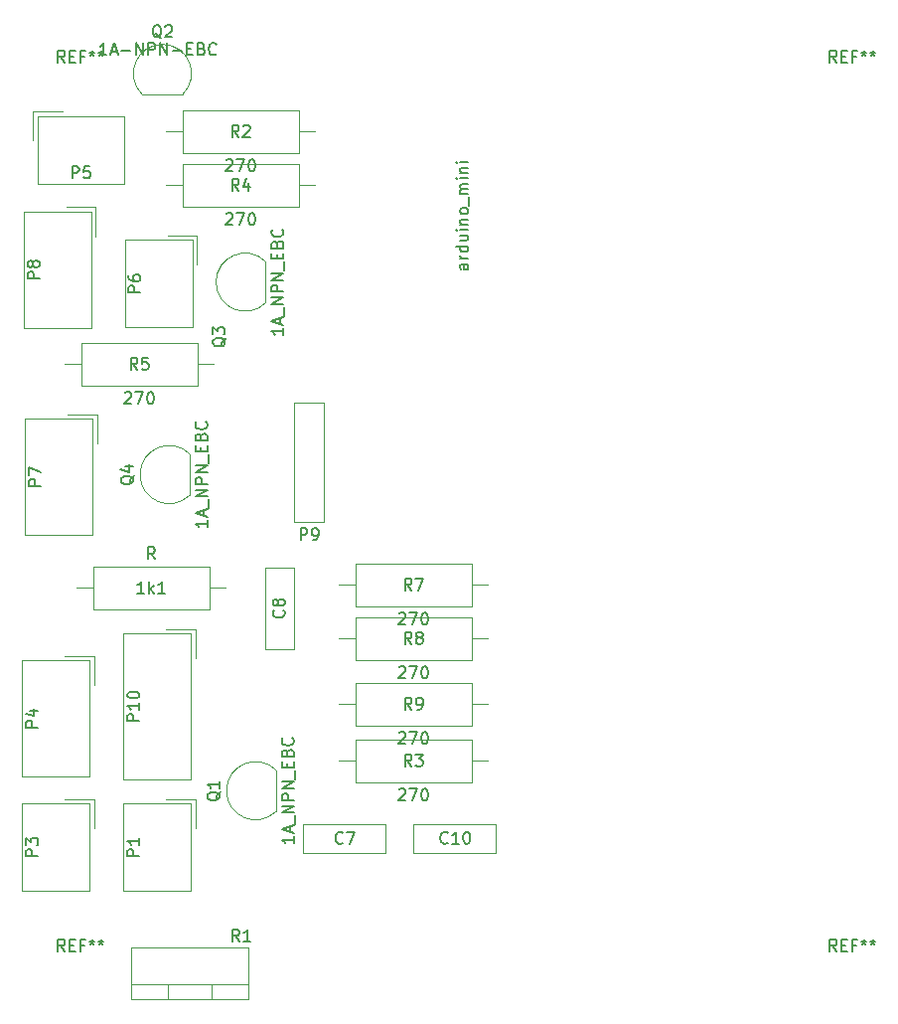
<source format=gbr>
G04 #@! TF.GenerationSoftware,KiCad,Pcbnew,5.0.2-bee76a0~70~ubuntu18.04.1*
G04 #@! TF.CreationDate,2019-05-27T22:26:56+02:00*
G04 #@! TF.ProjectId,flypi,666c7970-692e-46b6-9963-61645f706362,rev?*
G04 #@! TF.SameCoordinates,Original*
G04 #@! TF.FileFunction,Other,Fab,Top*
%FSLAX46Y46*%
G04 Gerber Fmt 4.6, Leading zero omitted, Abs format (unit mm)*
G04 Created by KiCad (PCBNEW 5.0.2-bee76a0~70~ubuntu18.04.1) date Mon 27 May 2019 22:26:56 CEST*
%MOMM*%
%LPD*%
G01*
G04 APERTURE LIST*
%ADD10C,0.100000*%
%ADD11C,0.150000*%
G04 APERTURE END LIST*
D10*
G04 #@! TO.C,Q2*
X115800000Y-56750000D02*
X119300000Y-56750000D01*
X119293625Y-56753625D02*
G75*
G03X117540000Y-52520000I-1753625J1753625D01*
G01*
X115786375Y-56753625D02*
G75*
G02X117540000Y-52520000I1753625J1753625D01*
G01*
G04 #@! TO.C,R1*
X124888000Y-133818000D02*
X124888000Y-129418000D01*
X124888000Y-129418000D02*
X114888000Y-129418000D01*
X114888000Y-129418000D02*
X114888000Y-133818000D01*
X114888000Y-133818000D02*
X124888000Y-133818000D01*
X124888000Y-132548000D02*
X114888000Y-132548000D01*
X121738000Y-133818000D02*
X121738000Y-132548000D01*
X118038000Y-133818000D02*
X118038000Y-132548000D01*
G04 #@! TO.C,Q3*
X126337000Y-74511000D02*
X126337000Y-71011000D01*
X126340625Y-71017375D02*
G75*
G03X122107000Y-72771000I-1753625J-1753625D01*
G01*
X126340625Y-74524625D02*
G75*
G02X122107000Y-72771000I-1753625J1753625D01*
G01*
G04 #@! TO.C,Q1*
X127226000Y-117818000D02*
X127226000Y-114318000D01*
X127229625Y-114324375D02*
G75*
G03X122996000Y-116078000I-1753625J-1753625D01*
G01*
X127229625Y-117831625D02*
G75*
G02X122996000Y-116078000I-1753625J1753625D01*
G01*
G04 #@! TO.C,Q4*
X119860000Y-90894000D02*
X119860000Y-87394000D01*
X119863625Y-87400375D02*
G75*
G03X115630000Y-89154000I-1753625J-1753625D01*
G01*
X119863625Y-90907625D02*
G75*
G02X115630000Y-89154000I-1753625J1753625D01*
G01*
G04 #@! TO.C,P9*
X131318000Y-93218000D02*
X131318000Y-83058000D01*
X131318000Y-83058000D02*
X128778000Y-83058000D01*
X128778000Y-83058000D02*
X128778000Y-93218000D01*
X128778000Y-93218000D02*
X131318000Y-93218000D01*
G04 #@! TO.C,P3*
X111316000Y-117184000D02*
X105566000Y-117184000D01*
X105566000Y-117184000D02*
X105566000Y-124584000D01*
X105566000Y-124584000D02*
X111316000Y-124584000D01*
X111316000Y-124584000D02*
X111316000Y-117184000D01*
X111716000Y-119284000D02*
X111716000Y-116784000D01*
X111716000Y-116784000D02*
X109216000Y-116784000D01*
G04 #@! TO.C,C7*
X129556000Y-118892000D02*
X129556000Y-121392000D01*
X129556000Y-121392000D02*
X136556000Y-121392000D01*
X136556000Y-121392000D02*
X136556000Y-118892000D01*
X136556000Y-118892000D02*
X129556000Y-118892000D01*
G04 #@! TO.C,C10*
X138954000Y-118892000D02*
X138954000Y-121392000D01*
X138954000Y-121392000D02*
X145954000Y-121392000D01*
X145954000Y-121392000D02*
X145954000Y-118892000D01*
X145954000Y-118892000D02*
X138954000Y-118892000D01*
G04 #@! TO.C,P1*
X119952000Y-117184000D02*
X114202000Y-117184000D01*
X114202000Y-117184000D02*
X114202000Y-124584000D01*
X114202000Y-124584000D02*
X119952000Y-124584000D01*
X119952000Y-124584000D02*
X119952000Y-117184000D01*
X120352000Y-119284000D02*
X120352000Y-116784000D01*
X120352000Y-116784000D02*
X117852000Y-116784000D01*
G04 #@! TO.C,P4*
X111316000Y-104992000D02*
X105566000Y-104992000D01*
X105566000Y-104992000D02*
X105566000Y-114892000D01*
X105566000Y-114892000D02*
X111316000Y-114892000D01*
X111316000Y-114892000D02*
X111316000Y-104992000D01*
X111716000Y-107092000D02*
X111716000Y-104592000D01*
X111716000Y-104592000D02*
X109216000Y-104592000D01*
G04 #@! TO.C,C8*
X128758000Y-97044000D02*
X126258000Y-97044000D01*
X126258000Y-97044000D02*
X126258000Y-104044000D01*
X126258000Y-104044000D02*
X128758000Y-104044000D01*
X128758000Y-104044000D02*
X128758000Y-97044000D01*
G04 #@! TO.C,P10*
X119952000Y-102706000D02*
X114202000Y-102706000D01*
X114202000Y-102706000D02*
X114202000Y-115106000D01*
X114202000Y-115106000D02*
X119952000Y-115106000D01*
X119952000Y-115106000D02*
X119952000Y-102706000D01*
X120352000Y-104806000D02*
X120352000Y-102306000D01*
X120352000Y-102306000D02*
X117852000Y-102306000D01*
G04 #@! TO.C,P8*
X111443000Y-66765000D02*
X105693000Y-66765000D01*
X105693000Y-66765000D02*
X105693000Y-76665000D01*
X105693000Y-76665000D02*
X111443000Y-76665000D01*
X111443000Y-76665000D02*
X111443000Y-66765000D01*
X111843000Y-68865000D02*
X111843000Y-66365000D01*
X111843000Y-66365000D02*
X109343000Y-66365000D01*
G04 #@! TO.C,P7*
X111570000Y-84418000D02*
X105820000Y-84418000D01*
X105820000Y-84418000D02*
X105820000Y-94318000D01*
X105820000Y-94318000D02*
X111570000Y-94318000D01*
X111570000Y-94318000D02*
X111570000Y-84418000D01*
X111970000Y-86518000D02*
X111970000Y-84018000D01*
X111970000Y-84018000D02*
X109470000Y-84018000D01*
G04 #@! TO.C,P6*
X120079000Y-69178000D02*
X114329000Y-69178000D01*
X114329000Y-69178000D02*
X114329000Y-76578000D01*
X114329000Y-76578000D02*
X120079000Y-76578000D01*
X120079000Y-76578000D02*
X120079000Y-69178000D01*
X120479000Y-71278000D02*
X120479000Y-68778000D01*
X120479000Y-68778000D02*
X117979000Y-68778000D01*
G04 #@! TO.C,P5*
X106897000Y-58610000D02*
X106897000Y-64360000D01*
X106897000Y-64360000D02*
X114297000Y-64360000D01*
X114297000Y-64360000D02*
X114297000Y-58610000D01*
X114297000Y-58610000D02*
X106897000Y-58610000D01*
X108997000Y-58210000D02*
X106497000Y-58210000D01*
X106497000Y-58210000D02*
X106497000Y-60710000D01*
G04 #@! TO.C,R4*
X130556000Y-64516000D02*
X129156000Y-64516000D01*
X117856000Y-64516000D02*
X119256000Y-64516000D01*
X129156000Y-62716000D02*
X119256000Y-62716000D01*
X129156000Y-66316000D02*
X129156000Y-62716000D01*
X119256000Y-66316000D02*
X129156000Y-66316000D01*
X119256000Y-62716000D02*
X119256000Y-66316000D01*
G04 #@! TO.C,R5*
X110620000Y-77956000D02*
X110620000Y-81556000D01*
X110620000Y-81556000D02*
X120520000Y-81556000D01*
X120520000Y-81556000D02*
X120520000Y-77956000D01*
X120520000Y-77956000D02*
X110620000Y-77956000D01*
X109220000Y-79756000D02*
X110620000Y-79756000D01*
X121920000Y-79756000D02*
X120520000Y-79756000D01*
G04 #@! TO.C,R7*
X133988000Y-96752000D02*
X133988000Y-100352000D01*
X133988000Y-100352000D02*
X143888000Y-100352000D01*
X143888000Y-100352000D02*
X143888000Y-96752000D01*
X143888000Y-96752000D02*
X133988000Y-96752000D01*
X132588000Y-98552000D02*
X133988000Y-98552000D01*
X145288000Y-98552000D02*
X143888000Y-98552000D01*
G04 #@! TO.C,R8*
X145288000Y-103124000D02*
X143888000Y-103124000D01*
X132588000Y-103124000D02*
X133988000Y-103124000D01*
X143888000Y-101324000D02*
X133988000Y-101324000D01*
X143888000Y-104924000D02*
X143888000Y-101324000D01*
X133988000Y-104924000D02*
X143888000Y-104924000D01*
X133988000Y-101324000D02*
X133988000Y-104924000D01*
G04 #@! TO.C,R9*
X133988000Y-106912000D02*
X133988000Y-110512000D01*
X133988000Y-110512000D02*
X143888000Y-110512000D01*
X143888000Y-110512000D02*
X143888000Y-106912000D01*
X143888000Y-106912000D02*
X133988000Y-106912000D01*
X132588000Y-108712000D02*
X133988000Y-108712000D01*
X145288000Y-108712000D02*
X143888000Y-108712000D01*
G04 #@! TO.C,1k1*
X110236000Y-98806000D02*
X111636000Y-98806000D01*
X122936000Y-98806000D02*
X121536000Y-98806000D01*
X111636000Y-100606000D02*
X121536000Y-100606000D01*
X111636000Y-97006000D02*
X111636000Y-100606000D01*
X121536000Y-97006000D02*
X111636000Y-97006000D01*
X121536000Y-100606000D02*
X121536000Y-97006000D01*
G04 #@! TO.C,R2*
X119256000Y-58144000D02*
X119256000Y-61744000D01*
X119256000Y-61744000D02*
X129156000Y-61744000D01*
X129156000Y-61744000D02*
X129156000Y-58144000D01*
X129156000Y-58144000D02*
X119256000Y-58144000D01*
X117856000Y-59944000D02*
X119256000Y-59944000D01*
X130556000Y-59944000D02*
X129156000Y-59944000D01*
G04 #@! TO.C,R3*
X133988000Y-111738000D02*
X133988000Y-115338000D01*
X133988000Y-115338000D02*
X143888000Y-115338000D01*
X143888000Y-115338000D02*
X143888000Y-111738000D01*
X143888000Y-111738000D02*
X133988000Y-111738000D01*
X132588000Y-113538000D02*
X133988000Y-113538000D01*
X145288000Y-113538000D02*
X143888000Y-113538000D01*
G04 #@! TD*
G04 #@! TO.C,REF\002A\002A*
D11*
X174988666Y-129738380D02*
X174655333Y-129262190D01*
X174417238Y-129738380D02*
X174417238Y-128738380D01*
X174798190Y-128738380D01*
X174893428Y-128786000D01*
X174941047Y-128833619D01*
X174988666Y-128928857D01*
X174988666Y-129071714D01*
X174941047Y-129166952D01*
X174893428Y-129214571D01*
X174798190Y-129262190D01*
X174417238Y-129262190D01*
X175417238Y-129214571D02*
X175750571Y-129214571D01*
X175893428Y-129738380D02*
X175417238Y-129738380D01*
X175417238Y-128738380D01*
X175893428Y-128738380D01*
X176655333Y-129214571D02*
X176322000Y-129214571D01*
X176322000Y-129738380D02*
X176322000Y-128738380D01*
X176798190Y-128738380D01*
X177322000Y-128738380D02*
X177322000Y-128976476D01*
X177083904Y-128881238D02*
X177322000Y-128976476D01*
X177560095Y-128881238D01*
X177179142Y-129166952D02*
X177322000Y-128976476D01*
X177464857Y-129166952D01*
X178083904Y-128738380D02*
X178083904Y-128976476D01*
X177845809Y-128881238D02*
X178083904Y-128976476D01*
X178322000Y-128881238D01*
X177941047Y-129166952D02*
X178083904Y-128976476D01*
X178226761Y-129166952D01*
X174988666Y-54046380D02*
X174655333Y-53570190D01*
X174417238Y-54046380D02*
X174417238Y-53046380D01*
X174798190Y-53046380D01*
X174893428Y-53094000D01*
X174941047Y-53141619D01*
X174988666Y-53236857D01*
X174988666Y-53379714D01*
X174941047Y-53474952D01*
X174893428Y-53522571D01*
X174798190Y-53570190D01*
X174417238Y-53570190D01*
X175417238Y-53522571D02*
X175750571Y-53522571D01*
X175893428Y-54046380D02*
X175417238Y-54046380D01*
X175417238Y-53046380D01*
X175893428Y-53046380D01*
X176655333Y-53522571D02*
X176322000Y-53522571D01*
X176322000Y-54046380D02*
X176322000Y-53046380D01*
X176798190Y-53046380D01*
X177322000Y-53046380D02*
X177322000Y-53284476D01*
X177083904Y-53189238D02*
X177322000Y-53284476D01*
X177560095Y-53189238D01*
X177179142Y-53474952D02*
X177322000Y-53284476D01*
X177464857Y-53474952D01*
X178083904Y-53046380D02*
X178083904Y-53284476D01*
X177845809Y-53189238D02*
X178083904Y-53284476D01*
X178322000Y-53189238D01*
X177941047Y-53474952D02*
X178083904Y-53284476D01*
X178226761Y-53474952D01*
X109202666Y-54046380D02*
X108869333Y-53570190D01*
X108631238Y-54046380D02*
X108631238Y-53046380D01*
X109012190Y-53046380D01*
X109107428Y-53094000D01*
X109155047Y-53141619D01*
X109202666Y-53236857D01*
X109202666Y-53379714D01*
X109155047Y-53474952D01*
X109107428Y-53522571D01*
X109012190Y-53570190D01*
X108631238Y-53570190D01*
X109631238Y-53522571D02*
X109964571Y-53522571D01*
X110107428Y-54046380D02*
X109631238Y-54046380D01*
X109631238Y-53046380D01*
X110107428Y-53046380D01*
X110869333Y-53522571D02*
X110536000Y-53522571D01*
X110536000Y-54046380D02*
X110536000Y-53046380D01*
X111012190Y-53046380D01*
X111536000Y-53046380D02*
X111536000Y-53284476D01*
X111297904Y-53189238D02*
X111536000Y-53284476D01*
X111774095Y-53189238D01*
X111393142Y-53474952D02*
X111536000Y-53284476D01*
X111678857Y-53474952D01*
X112297904Y-53046380D02*
X112297904Y-53284476D01*
X112059809Y-53189238D02*
X112297904Y-53284476D01*
X112536000Y-53189238D01*
X112155047Y-53474952D02*
X112297904Y-53284476D01*
X112440761Y-53474952D01*
G04 #@! TO.C,Q2*
X112778047Y-53420380D02*
X112206619Y-53420380D01*
X112492333Y-53420380D02*
X112492333Y-52420380D01*
X112397095Y-52563238D01*
X112301857Y-52658476D01*
X112206619Y-52706095D01*
X113159000Y-53134666D02*
X113635190Y-53134666D01*
X113063761Y-53420380D02*
X113397095Y-52420380D01*
X113730428Y-53420380D01*
X114063761Y-53039428D02*
X114825666Y-53039428D01*
X115301857Y-53420380D02*
X115301857Y-52420380D01*
X115873285Y-53420380D01*
X115873285Y-52420380D01*
X116349476Y-53420380D02*
X116349476Y-52420380D01*
X116730428Y-52420380D01*
X116825666Y-52468000D01*
X116873285Y-52515619D01*
X116920904Y-52610857D01*
X116920904Y-52753714D01*
X116873285Y-52848952D01*
X116825666Y-52896571D01*
X116730428Y-52944190D01*
X116349476Y-52944190D01*
X117349476Y-53420380D02*
X117349476Y-52420380D01*
X117920904Y-53420380D01*
X117920904Y-52420380D01*
X118397095Y-53039428D02*
X119159000Y-53039428D01*
X119635190Y-52896571D02*
X119968523Y-52896571D01*
X120111380Y-53420380D02*
X119635190Y-53420380D01*
X119635190Y-52420380D01*
X120111380Y-52420380D01*
X120873285Y-52896571D02*
X121016142Y-52944190D01*
X121063761Y-52991809D01*
X121111380Y-53087047D01*
X121111380Y-53229904D01*
X121063761Y-53325142D01*
X121016142Y-53372761D01*
X120920904Y-53420380D01*
X120539952Y-53420380D01*
X120539952Y-52420380D01*
X120873285Y-52420380D01*
X120968523Y-52468000D01*
X121016142Y-52515619D01*
X121063761Y-52610857D01*
X121063761Y-52706095D01*
X121016142Y-52801333D01*
X120968523Y-52848952D01*
X120873285Y-52896571D01*
X120539952Y-52896571D01*
X122111380Y-53325142D02*
X122063761Y-53372761D01*
X121920904Y-53420380D01*
X121825666Y-53420380D01*
X121682809Y-53372761D01*
X121587571Y-53277523D01*
X121539952Y-53182285D01*
X121492333Y-52991809D01*
X121492333Y-52848952D01*
X121539952Y-52658476D01*
X121587571Y-52563238D01*
X121682809Y-52468000D01*
X121825666Y-52420380D01*
X121920904Y-52420380D01*
X122063761Y-52468000D01*
X122111380Y-52515619D01*
X117444761Y-51987619D02*
X117349523Y-51940000D01*
X117254285Y-51844761D01*
X117111428Y-51701904D01*
X117016190Y-51654285D01*
X116920952Y-51654285D01*
X116968571Y-51892380D02*
X116873333Y-51844761D01*
X116778095Y-51749523D01*
X116730476Y-51559047D01*
X116730476Y-51225714D01*
X116778095Y-51035238D01*
X116873333Y-50940000D01*
X116968571Y-50892380D01*
X117159047Y-50892380D01*
X117254285Y-50940000D01*
X117349523Y-51035238D01*
X117397142Y-51225714D01*
X117397142Y-51559047D01*
X117349523Y-51749523D01*
X117254285Y-51844761D01*
X117159047Y-51892380D01*
X116968571Y-51892380D01*
X117778095Y-50987619D02*
X117825714Y-50940000D01*
X117920952Y-50892380D01*
X118159047Y-50892380D01*
X118254285Y-50940000D01*
X118301904Y-50987619D01*
X118349523Y-51082857D01*
X118349523Y-51178095D01*
X118301904Y-51320952D01*
X117730476Y-51892380D01*
X118349523Y-51892380D01*
G04 #@! TO.C,U5*
X143580380Y-71221047D02*
X143056571Y-71221047D01*
X142961333Y-71268666D01*
X142913714Y-71363904D01*
X142913714Y-71554380D01*
X142961333Y-71649619D01*
X143532761Y-71221047D02*
X143580380Y-71316285D01*
X143580380Y-71554380D01*
X143532761Y-71649619D01*
X143437523Y-71697238D01*
X143342285Y-71697238D01*
X143247047Y-71649619D01*
X143199428Y-71554380D01*
X143199428Y-71316285D01*
X143151809Y-71221047D01*
X143580380Y-70744857D02*
X142913714Y-70744857D01*
X143104190Y-70744857D02*
X143008952Y-70697238D01*
X142961333Y-70649619D01*
X142913714Y-70554380D01*
X142913714Y-70459142D01*
X143580380Y-69697238D02*
X142580380Y-69697238D01*
X143532761Y-69697238D02*
X143580380Y-69792476D01*
X143580380Y-69982952D01*
X143532761Y-70078190D01*
X143485142Y-70125809D01*
X143389904Y-70173428D01*
X143104190Y-70173428D01*
X143008952Y-70125809D01*
X142961333Y-70078190D01*
X142913714Y-69982952D01*
X142913714Y-69792476D01*
X142961333Y-69697238D01*
X142913714Y-68792476D02*
X143580380Y-68792476D01*
X142913714Y-69221047D02*
X143437523Y-69221047D01*
X143532761Y-69173428D01*
X143580380Y-69078190D01*
X143580380Y-68935333D01*
X143532761Y-68840095D01*
X143485142Y-68792476D01*
X143580380Y-68316285D02*
X142913714Y-68316285D01*
X142580380Y-68316285D02*
X142628000Y-68363904D01*
X142675619Y-68316285D01*
X142628000Y-68268666D01*
X142580380Y-68316285D01*
X142675619Y-68316285D01*
X142913714Y-67840095D02*
X143580380Y-67840095D01*
X143008952Y-67840095D02*
X142961333Y-67792476D01*
X142913714Y-67697238D01*
X142913714Y-67554380D01*
X142961333Y-67459142D01*
X143056571Y-67411523D01*
X143580380Y-67411523D01*
X143580380Y-66792476D02*
X143532761Y-66887714D01*
X143485142Y-66935333D01*
X143389904Y-66982952D01*
X143104190Y-66982952D01*
X143008952Y-66935333D01*
X142961333Y-66887714D01*
X142913714Y-66792476D01*
X142913714Y-66649619D01*
X142961333Y-66554380D01*
X143008952Y-66506761D01*
X143104190Y-66459142D01*
X143389904Y-66459142D01*
X143485142Y-66506761D01*
X143532761Y-66554380D01*
X143580380Y-66649619D01*
X143580380Y-66792476D01*
X143675619Y-66268666D02*
X143675619Y-65506761D01*
X143580380Y-65268666D02*
X142913714Y-65268666D01*
X143008952Y-65268666D02*
X142961333Y-65221047D01*
X142913714Y-65125809D01*
X142913714Y-64982952D01*
X142961333Y-64887714D01*
X143056571Y-64840095D01*
X143580380Y-64840095D01*
X143056571Y-64840095D02*
X142961333Y-64792476D01*
X142913714Y-64697238D01*
X142913714Y-64554380D01*
X142961333Y-64459142D01*
X143056571Y-64411523D01*
X143580380Y-64411523D01*
X143580380Y-63935333D02*
X142913714Y-63935333D01*
X142580380Y-63935333D02*
X142628000Y-63982952D01*
X142675619Y-63935333D01*
X142628000Y-63887714D01*
X142580380Y-63935333D01*
X142675619Y-63935333D01*
X142913714Y-63459142D02*
X143580380Y-63459142D01*
X143008952Y-63459142D02*
X142961333Y-63411523D01*
X142913714Y-63316285D01*
X142913714Y-63173428D01*
X142961333Y-63078190D01*
X143056571Y-63030571D01*
X143580380Y-63030571D01*
X143580380Y-62554380D02*
X142913714Y-62554380D01*
X142580380Y-62554380D02*
X142628000Y-62602000D01*
X142675619Y-62554380D01*
X142628000Y-62506761D01*
X142580380Y-62554380D01*
X142675619Y-62554380D01*
G04 #@! TO.C,R1*
X124083333Y-128902380D02*
X123750000Y-128426190D01*
X123511904Y-128902380D02*
X123511904Y-127902380D01*
X123892857Y-127902380D01*
X123988095Y-127950000D01*
X124035714Y-127997619D01*
X124083333Y-128092857D01*
X124083333Y-128235714D01*
X124035714Y-128330952D01*
X123988095Y-128378571D01*
X123892857Y-128426190D01*
X123511904Y-128426190D01*
X125035714Y-128902380D02*
X124464285Y-128902380D01*
X124750000Y-128902380D02*
X124750000Y-127902380D01*
X124654761Y-128045238D01*
X124559523Y-128140476D01*
X124464285Y-128188095D01*
G04 #@! TO.C,Q3*
X127829380Y-76675761D02*
X127829380Y-77247190D01*
X127829380Y-76961476D02*
X126829380Y-76961476D01*
X126972238Y-77056714D01*
X127067476Y-77151952D01*
X127115095Y-77247190D01*
X127543666Y-76294809D02*
X127543666Y-75818619D01*
X127829380Y-76390047D02*
X126829380Y-76056714D01*
X127829380Y-75723380D01*
X127924619Y-75628142D02*
X127924619Y-74866238D01*
X127829380Y-74628142D02*
X126829380Y-74628142D01*
X127829380Y-74056714D01*
X126829380Y-74056714D01*
X127829380Y-73580523D02*
X126829380Y-73580523D01*
X126829380Y-73199571D01*
X126877000Y-73104333D01*
X126924619Y-73056714D01*
X127019857Y-73009095D01*
X127162714Y-73009095D01*
X127257952Y-73056714D01*
X127305571Y-73104333D01*
X127353190Y-73199571D01*
X127353190Y-73580523D01*
X127829380Y-72580523D02*
X126829380Y-72580523D01*
X127829380Y-72009095D01*
X126829380Y-72009095D01*
X127924619Y-71771000D02*
X127924619Y-71009095D01*
X127305571Y-70771000D02*
X127305571Y-70437666D01*
X127829380Y-70294809D02*
X127829380Y-70771000D01*
X126829380Y-70771000D01*
X126829380Y-70294809D01*
X127305571Y-69532904D02*
X127353190Y-69390047D01*
X127400809Y-69342428D01*
X127496047Y-69294809D01*
X127638904Y-69294809D01*
X127734142Y-69342428D01*
X127781761Y-69390047D01*
X127829380Y-69485285D01*
X127829380Y-69866238D01*
X126829380Y-69866238D01*
X126829380Y-69532904D01*
X126877000Y-69437666D01*
X126924619Y-69390047D01*
X127019857Y-69342428D01*
X127115095Y-69342428D01*
X127210333Y-69390047D01*
X127257952Y-69437666D01*
X127305571Y-69532904D01*
X127305571Y-69866238D01*
X127734142Y-68294809D02*
X127781761Y-68342428D01*
X127829380Y-68485285D01*
X127829380Y-68580523D01*
X127781761Y-68723380D01*
X127686523Y-68818619D01*
X127591285Y-68866238D01*
X127400809Y-68913857D01*
X127257952Y-68913857D01*
X127067476Y-68866238D01*
X126972238Y-68818619D01*
X126877000Y-68723380D01*
X126829380Y-68580523D01*
X126829380Y-68485285D01*
X126877000Y-68342428D01*
X126924619Y-68294809D01*
X122947619Y-77495238D02*
X122900000Y-77590476D01*
X122804761Y-77685714D01*
X122661904Y-77828571D01*
X122614285Y-77923809D01*
X122614285Y-78019047D01*
X122852380Y-77971428D02*
X122804761Y-78066666D01*
X122709523Y-78161904D01*
X122519047Y-78209523D01*
X122185714Y-78209523D01*
X121995238Y-78161904D01*
X121900000Y-78066666D01*
X121852380Y-77971428D01*
X121852380Y-77780952D01*
X121900000Y-77685714D01*
X121995238Y-77590476D01*
X122185714Y-77542857D01*
X122519047Y-77542857D01*
X122709523Y-77590476D01*
X122804761Y-77685714D01*
X122852380Y-77780952D01*
X122852380Y-77971428D01*
X121852380Y-77209523D02*
X121852380Y-76590476D01*
X122233333Y-76923809D01*
X122233333Y-76780952D01*
X122280952Y-76685714D01*
X122328571Y-76638095D01*
X122423809Y-76590476D01*
X122661904Y-76590476D01*
X122757142Y-76638095D01*
X122804761Y-76685714D01*
X122852380Y-76780952D01*
X122852380Y-77066666D01*
X122804761Y-77161904D01*
X122757142Y-77209523D01*
G04 #@! TO.C,Q1*
X128718380Y-119982761D02*
X128718380Y-120554190D01*
X128718380Y-120268476D02*
X127718380Y-120268476D01*
X127861238Y-120363714D01*
X127956476Y-120458952D01*
X128004095Y-120554190D01*
X128432666Y-119601809D02*
X128432666Y-119125619D01*
X128718380Y-119697047D02*
X127718380Y-119363714D01*
X128718380Y-119030380D01*
X128813619Y-118935142D02*
X128813619Y-118173238D01*
X128718380Y-117935142D02*
X127718380Y-117935142D01*
X128718380Y-117363714D01*
X127718380Y-117363714D01*
X128718380Y-116887523D02*
X127718380Y-116887523D01*
X127718380Y-116506571D01*
X127766000Y-116411333D01*
X127813619Y-116363714D01*
X127908857Y-116316095D01*
X128051714Y-116316095D01*
X128146952Y-116363714D01*
X128194571Y-116411333D01*
X128242190Y-116506571D01*
X128242190Y-116887523D01*
X128718380Y-115887523D02*
X127718380Y-115887523D01*
X128718380Y-115316095D01*
X127718380Y-115316095D01*
X128813619Y-115078000D02*
X128813619Y-114316095D01*
X128194571Y-114078000D02*
X128194571Y-113744666D01*
X128718380Y-113601809D02*
X128718380Y-114078000D01*
X127718380Y-114078000D01*
X127718380Y-113601809D01*
X128194571Y-112839904D02*
X128242190Y-112697047D01*
X128289809Y-112649428D01*
X128385047Y-112601809D01*
X128527904Y-112601809D01*
X128623142Y-112649428D01*
X128670761Y-112697047D01*
X128718380Y-112792285D01*
X128718380Y-113173238D01*
X127718380Y-113173238D01*
X127718380Y-112839904D01*
X127766000Y-112744666D01*
X127813619Y-112697047D01*
X127908857Y-112649428D01*
X128004095Y-112649428D01*
X128099333Y-112697047D01*
X128146952Y-112744666D01*
X128194571Y-112839904D01*
X128194571Y-113173238D01*
X128623142Y-111601809D02*
X128670761Y-111649428D01*
X128718380Y-111792285D01*
X128718380Y-111887523D01*
X128670761Y-112030380D01*
X128575523Y-112125619D01*
X128480285Y-112173238D01*
X128289809Y-112220857D01*
X128146952Y-112220857D01*
X127956476Y-112173238D01*
X127861238Y-112125619D01*
X127766000Y-112030380D01*
X127718380Y-111887523D01*
X127718380Y-111792285D01*
X127766000Y-111649428D01*
X127813619Y-111601809D01*
X122463619Y-116173238D02*
X122416000Y-116268476D01*
X122320761Y-116363714D01*
X122177904Y-116506571D01*
X122130285Y-116601809D01*
X122130285Y-116697047D01*
X122368380Y-116649428D02*
X122320761Y-116744666D01*
X122225523Y-116839904D01*
X122035047Y-116887523D01*
X121701714Y-116887523D01*
X121511238Y-116839904D01*
X121416000Y-116744666D01*
X121368380Y-116649428D01*
X121368380Y-116458952D01*
X121416000Y-116363714D01*
X121511238Y-116268476D01*
X121701714Y-116220857D01*
X122035047Y-116220857D01*
X122225523Y-116268476D01*
X122320761Y-116363714D01*
X122368380Y-116458952D01*
X122368380Y-116649428D01*
X122368380Y-115268476D02*
X122368380Y-115839904D01*
X122368380Y-115554190D02*
X121368380Y-115554190D01*
X121511238Y-115649428D01*
X121606476Y-115744666D01*
X121654095Y-115839904D01*
G04 #@! TO.C,Q4*
X121352380Y-93058761D02*
X121352380Y-93630190D01*
X121352380Y-93344476D02*
X120352380Y-93344476D01*
X120495238Y-93439714D01*
X120590476Y-93534952D01*
X120638095Y-93630190D01*
X121066666Y-92677809D02*
X121066666Y-92201619D01*
X121352380Y-92773047D02*
X120352380Y-92439714D01*
X121352380Y-92106380D01*
X121447619Y-92011142D02*
X121447619Y-91249238D01*
X121352380Y-91011142D02*
X120352380Y-91011142D01*
X121352380Y-90439714D01*
X120352380Y-90439714D01*
X121352380Y-89963523D02*
X120352380Y-89963523D01*
X120352380Y-89582571D01*
X120400000Y-89487333D01*
X120447619Y-89439714D01*
X120542857Y-89392095D01*
X120685714Y-89392095D01*
X120780952Y-89439714D01*
X120828571Y-89487333D01*
X120876190Y-89582571D01*
X120876190Y-89963523D01*
X121352380Y-88963523D02*
X120352380Y-88963523D01*
X121352380Y-88392095D01*
X120352380Y-88392095D01*
X121447619Y-88154000D02*
X121447619Y-87392095D01*
X120828571Y-87154000D02*
X120828571Y-86820666D01*
X121352380Y-86677809D02*
X121352380Y-87154000D01*
X120352380Y-87154000D01*
X120352380Y-86677809D01*
X120828571Y-85915904D02*
X120876190Y-85773047D01*
X120923809Y-85725428D01*
X121019047Y-85677809D01*
X121161904Y-85677809D01*
X121257142Y-85725428D01*
X121304761Y-85773047D01*
X121352380Y-85868285D01*
X121352380Y-86249238D01*
X120352380Y-86249238D01*
X120352380Y-85915904D01*
X120400000Y-85820666D01*
X120447619Y-85773047D01*
X120542857Y-85725428D01*
X120638095Y-85725428D01*
X120733333Y-85773047D01*
X120780952Y-85820666D01*
X120828571Y-85915904D01*
X120828571Y-86249238D01*
X121257142Y-84677809D02*
X121304761Y-84725428D01*
X121352380Y-84868285D01*
X121352380Y-84963523D01*
X121304761Y-85106380D01*
X121209523Y-85201619D01*
X121114285Y-85249238D01*
X120923809Y-85296857D01*
X120780952Y-85296857D01*
X120590476Y-85249238D01*
X120495238Y-85201619D01*
X120400000Y-85106380D01*
X120352380Y-84963523D01*
X120352380Y-84868285D01*
X120400000Y-84725428D01*
X120447619Y-84677809D01*
X115097619Y-89249238D02*
X115050000Y-89344476D01*
X114954761Y-89439714D01*
X114811904Y-89582571D01*
X114764285Y-89677809D01*
X114764285Y-89773047D01*
X115002380Y-89725428D02*
X114954761Y-89820666D01*
X114859523Y-89915904D01*
X114669047Y-89963523D01*
X114335714Y-89963523D01*
X114145238Y-89915904D01*
X114050000Y-89820666D01*
X114002380Y-89725428D01*
X114002380Y-89534952D01*
X114050000Y-89439714D01*
X114145238Y-89344476D01*
X114335714Y-89296857D01*
X114669047Y-89296857D01*
X114859523Y-89344476D01*
X114954761Y-89439714D01*
X115002380Y-89534952D01*
X115002380Y-89725428D01*
X114335714Y-88439714D02*
X115002380Y-88439714D01*
X113954761Y-88677809D02*
X114669047Y-88915904D01*
X114669047Y-88296857D01*
G04 #@! TO.C,P9*
X129309904Y-94730380D02*
X129309904Y-93730380D01*
X129690857Y-93730380D01*
X129786095Y-93778000D01*
X129833714Y-93825619D01*
X129881333Y-93920857D01*
X129881333Y-94063714D01*
X129833714Y-94158952D01*
X129786095Y-94206571D01*
X129690857Y-94254190D01*
X129309904Y-94254190D01*
X130357523Y-94730380D02*
X130548000Y-94730380D01*
X130643238Y-94682761D01*
X130690857Y-94635142D01*
X130786095Y-94492285D01*
X130833714Y-94301809D01*
X130833714Y-93920857D01*
X130786095Y-93825619D01*
X130738476Y-93778000D01*
X130643238Y-93730380D01*
X130452761Y-93730380D01*
X130357523Y-93778000D01*
X130309904Y-93825619D01*
X130262285Y-93920857D01*
X130262285Y-94158952D01*
X130309904Y-94254190D01*
X130357523Y-94301809D01*
X130452761Y-94349428D01*
X130643238Y-94349428D01*
X130738476Y-94301809D01*
X130786095Y-94254190D01*
X130833714Y-94158952D01*
G04 #@! TO.C,P3*
X106918380Y-121622095D02*
X105918380Y-121622095D01*
X105918380Y-121241142D01*
X105966000Y-121145904D01*
X106013619Y-121098285D01*
X106108857Y-121050666D01*
X106251714Y-121050666D01*
X106346952Y-121098285D01*
X106394571Y-121145904D01*
X106442190Y-121241142D01*
X106442190Y-121622095D01*
X105918380Y-120717333D02*
X105918380Y-120098285D01*
X106299333Y-120431619D01*
X106299333Y-120288761D01*
X106346952Y-120193523D01*
X106394571Y-120145904D01*
X106489809Y-120098285D01*
X106727904Y-120098285D01*
X106823142Y-120145904D01*
X106870761Y-120193523D01*
X106918380Y-120288761D01*
X106918380Y-120574476D01*
X106870761Y-120669714D01*
X106823142Y-120717333D01*
G04 #@! TO.C,C7*
X132889333Y-120499142D02*
X132841714Y-120546761D01*
X132698857Y-120594380D01*
X132603619Y-120594380D01*
X132460761Y-120546761D01*
X132365523Y-120451523D01*
X132317904Y-120356285D01*
X132270285Y-120165809D01*
X132270285Y-120022952D01*
X132317904Y-119832476D01*
X132365523Y-119737238D01*
X132460761Y-119642000D01*
X132603619Y-119594380D01*
X132698857Y-119594380D01*
X132841714Y-119642000D01*
X132889333Y-119689619D01*
X133222666Y-119594380D02*
X133889333Y-119594380D01*
X133460761Y-120594380D01*
G04 #@! TO.C,C10*
X141851142Y-120499142D02*
X141803523Y-120546761D01*
X141660666Y-120594380D01*
X141565428Y-120594380D01*
X141422571Y-120546761D01*
X141327333Y-120451523D01*
X141279714Y-120356285D01*
X141232095Y-120165809D01*
X141232095Y-120022952D01*
X141279714Y-119832476D01*
X141327333Y-119737238D01*
X141422571Y-119642000D01*
X141565428Y-119594380D01*
X141660666Y-119594380D01*
X141803523Y-119642000D01*
X141851142Y-119689619D01*
X142803523Y-120594380D02*
X142232095Y-120594380D01*
X142517809Y-120594380D02*
X142517809Y-119594380D01*
X142422571Y-119737238D01*
X142327333Y-119832476D01*
X142232095Y-119880095D01*
X143422571Y-119594380D02*
X143517809Y-119594380D01*
X143613047Y-119642000D01*
X143660666Y-119689619D01*
X143708285Y-119784857D01*
X143755904Y-119975333D01*
X143755904Y-120213428D01*
X143708285Y-120403904D01*
X143660666Y-120499142D01*
X143613047Y-120546761D01*
X143517809Y-120594380D01*
X143422571Y-120594380D01*
X143327333Y-120546761D01*
X143279714Y-120499142D01*
X143232095Y-120403904D01*
X143184476Y-120213428D01*
X143184476Y-119975333D01*
X143232095Y-119784857D01*
X143279714Y-119689619D01*
X143327333Y-119642000D01*
X143422571Y-119594380D01*
G04 #@! TO.C,P1*
X115554380Y-121622095D02*
X114554380Y-121622095D01*
X114554380Y-121241142D01*
X114602000Y-121145904D01*
X114649619Y-121098285D01*
X114744857Y-121050666D01*
X114887714Y-121050666D01*
X114982952Y-121098285D01*
X115030571Y-121145904D01*
X115078190Y-121241142D01*
X115078190Y-121622095D01*
X115554380Y-120098285D02*
X115554380Y-120669714D01*
X115554380Y-120384000D02*
X114554380Y-120384000D01*
X114697238Y-120479238D01*
X114792476Y-120574476D01*
X114840095Y-120669714D01*
G04 #@! TO.C,P4*
X106918380Y-110680095D02*
X105918380Y-110680095D01*
X105918380Y-110299142D01*
X105966000Y-110203904D01*
X106013619Y-110156285D01*
X106108857Y-110108666D01*
X106251714Y-110108666D01*
X106346952Y-110156285D01*
X106394571Y-110203904D01*
X106442190Y-110299142D01*
X106442190Y-110680095D01*
X106251714Y-109251523D02*
X106918380Y-109251523D01*
X105870761Y-109489619D02*
X106585047Y-109727714D01*
X106585047Y-109108666D01*
G04 #@! TO.C,C8*
X127865142Y-100710666D02*
X127912761Y-100758285D01*
X127960380Y-100901142D01*
X127960380Y-100996380D01*
X127912761Y-101139238D01*
X127817523Y-101234476D01*
X127722285Y-101282095D01*
X127531809Y-101329714D01*
X127388952Y-101329714D01*
X127198476Y-101282095D01*
X127103238Y-101234476D01*
X127008000Y-101139238D01*
X126960380Y-100996380D01*
X126960380Y-100901142D01*
X127008000Y-100758285D01*
X127055619Y-100710666D01*
X127388952Y-100139238D02*
X127341333Y-100234476D01*
X127293714Y-100282095D01*
X127198476Y-100329714D01*
X127150857Y-100329714D01*
X127055619Y-100282095D01*
X127008000Y-100234476D01*
X126960380Y-100139238D01*
X126960380Y-99948761D01*
X127008000Y-99853523D01*
X127055619Y-99805904D01*
X127150857Y-99758285D01*
X127198476Y-99758285D01*
X127293714Y-99805904D01*
X127341333Y-99853523D01*
X127388952Y-99948761D01*
X127388952Y-100139238D01*
X127436571Y-100234476D01*
X127484190Y-100282095D01*
X127579428Y-100329714D01*
X127769904Y-100329714D01*
X127865142Y-100282095D01*
X127912761Y-100234476D01*
X127960380Y-100139238D01*
X127960380Y-99948761D01*
X127912761Y-99853523D01*
X127865142Y-99805904D01*
X127769904Y-99758285D01*
X127579428Y-99758285D01*
X127484190Y-99805904D01*
X127436571Y-99853523D01*
X127388952Y-99948761D01*
G04 #@! TO.C,P10*
X115554380Y-110120285D02*
X114554380Y-110120285D01*
X114554380Y-109739333D01*
X114602000Y-109644095D01*
X114649619Y-109596476D01*
X114744857Y-109548857D01*
X114887714Y-109548857D01*
X114982952Y-109596476D01*
X115030571Y-109644095D01*
X115078190Y-109739333D01*
X115078190Y-110120285D01*
X115554380Y-108596476D02*
X115554380Y-109167904D01*
X115554380Y-108882190D02*
X114554380Y-108882190D01*
X114697238Y-108977428D01*
X114792476Y-109072666D01*
X114840095Y-109167904D01*
X114554380Y-107977428D02*
X114554380Y-107882190D01*
X114602000Y-107786952D01*
X114649619Y-107739333D01*
X114744857Y-107691714D01*
X114935333Y-107644095D01*
X115173428Y-107644095D01*
X115363904Y-107691714D01*
X115459142Y-107739333D01*
X115506761Y-107786952D01*
X115554380Y-107882190D01*
X115554380Y-107977428D01*
X115506761Y-108072666D01*
X115459142Y-108120285D01*
X115363904Y-108167904D01*
X115173428Y-108215523D01*
X114935333Y-108215523D01*
X114744857Y-108167904D01*
X114649619Y-108120285D01*
X114602000Y-108072666D01*
X114554380Y-107977428D01*
G04 #@! TO.C,P8*
X107045380Y-72453095D02*
X106045380Y-72453095D01*
X106045380Y-72072142D01*
X106093000Y-71976904D01*
X106140619Y-71929285D01*
X106235857Y-71881666D01*
X106378714Y-71881666D01*
X106473952Y-71929285D01*
X106521571Y-71976904D01*
X106569190Y-72072142D01*
X106569190Y-72453095D01*
X106473952Y-71310238D02*
X106426333Y-71405476D01*
X106378714Y-71453095D01*
X106283476Y-71500714D01*
X106235857Y-71500714D01*
X106140619Y-71453095D01*
X106093000Y-71405476D01*
X106045380Y-71310238D01*
X106045380Y-71119761D01*
X106093000Y-71024523D01*
X106140619Y-70976904D01*
X106235857Y-70929285D01*
X106283476Y-70929285D01*
X106378714Y-70976904D01*
X106426333Y-71024523D01*
X106473952Y-71119761D01*
X106473952Y-71310238D01*
X106521571Y-71405476D01*
X106569190Y-71453095D01*
X106664428Y-71500714D01*
X106854904Y-71500714D01*
X106950142Y-71453095D01*
X106997761Y-71405476D01*
X107045380Y-71310238D01*
X107045380Y-71119761D01*
X106997761Y-71024523D01*
X106950142Y-70976904D01*
X106854904Y-70929285D01*
X106664428Y-70929285D01*
X106569190Y-70976904D01*
X106521571Y-71024523D01*
X106473952Y-71119761D01*
G04 #@! TO.C,P7*
X107172380Y-90106095D02*
X106172380Y-90106095D01*
X106172380Y-89725142D01*
X106220000Y-89629904D01*
X106267619Y-89582285D01*
X106362857Y-89534666D01*
X106505714Y-89534666D01*
X106600952Y-89582285D01*
X106648571Y-89629904D01*
X106696190Y-89725142D01*
X106696190Y-90106095D01*
X106172380Y-89201333D02*
X106172380Y-88534666D01*
X107172380Y-88963238D01*
G04 #@! TO.C,P6*
X115641380Y-73636095D02*
X114641380Y-73636095D01*
X114641380Y-73255142D01*
X114689000Y-73159904D01*
X114736619Y-73112285D01*
X114831857Y-73064666D01*
X114974714Y-73064666D01*
X115069952Y-73112285D01*
X115117571Y-73159904D01*
X115165190Y-73255142D01*
X115165190Y-73636095D01*
X114641380Y-72207523D02*
X114641380Y-72398000D01*
X114689000Y-72493238D01*
X114736619Y-72540857D01*
X114879476Y-72636095D01*
X115069952Y-72683714D01*
X115450904Y-72683714D01*
X115546142Y-72636095D01*
X115593761Y-72588476D01*
X115641380Y-72493238D01*
X115641380Y-72302761D01*
X115593761Y-72207523D01*
X115546142Y-72159904D01*
X115450904Y-72112285D01*
X115212809Y-72112285D01*
X115117571Y-72159904D01*
X115069952Y-72207523D01*
X115022333Y-72302761D01*
X115022333Y-72493238D01*
X115069952Y-72588476D01*
X115117571Y-72636095D01*
X115212809Y-72683714D01*
G04 #@! TO.C,P5*
X109858904Y-63912380D02*
X109858904Y-62912380D01*
X110239857Y-62912380D01*
X110335095Y-62960000D01*
X110382714Y-63007619D01*
X110430333Y-63102857D01*
X110430333Y-63245714D01*
X110382714Y-63340952D01*
X110335095Y-63388571D01*
X110239857Y-63436190D01*
X109858904Y-63436190D01*
X111335095Y-62912380D02*
X110858904Y-62912380D01*
X110811285Y-63388571D01*
X110858904Y-63340952D01*
X110954142Y-63293333D01*
X111192238Y-63293333D01*
X111287476Y-63340952D01*
X111335095Y-63388571D01*
X111382714Y-63483809D01*
X111382714Y-63721904D01*
X111335095Y-63817142D01*
X111287476Y-63864761D01*
X111192238Y-63912380D01*
X110954142Y-63912380D01*
X110858904Y-63864761D01*
X110811285Y-63817142D01*
G04 #@! TO.C,R4*
X122967904Y-66983619D02*
X123015523Y-66936000D01*
X123110761Y-66888380D01*
X123348857Y-66888380D01*
X123444095Y-66936000D01*
X123491714Y-66983619D01*
X123539333Y-67078857D01*
X123539333Y-67174095D01*
X123491714Y-67316952D01*
X122920285Y-67888380D01*
X123539333Y-67888380D01*
X123872666Y-66888380D02*
X124539333Y-66888380D01*
X124110761Y-67888380D01*
X125110761Y-66888380D02*
X125206000Y-66888380D01*
X125301238Y-66936000D01*
X125348857Y-66983619D01*
X125396476Y-67078857D01*
X125444095Y-67269333D01*
X125444095Y-67507428D01*
X125396476Y-67697904D01*
X125348857Y-67793142D01*
X125301238Y-67840761D01*
X125206000Y-67888380D01*
X125110761Y-67888380D01*
X125015523Y-67840761D01*
X124967904Y-67793142D01*
X124920285Y-67697904D01*
X124872666Y-67507428D01*
X124872666Y-67269333D01*
X124920285Y-67078857D01*
X124967904Y-66983619D01*
X125015523Y-66936000D01*
X125110761Y-66888380D01*
X124039333Y-64968380D02*
X123706000Y-64492190D01*
X123467904Y-64968380D02*
X123467904Y-63968380D01*
X123848857Y-63968380D01*
X123944095Y-64016000D01*
X123991714Y-64063619D01*
X124039333Y-64158857D01*
X124039333Y-64301714D01*
X123991714Y-64396952D01*
X123944095Y-64444571D01*
X123848857Y-64492190D01*
X123467904Y-64492190D01*
X124896476Y-64301714D02*
X124896476Y-64968380D01*
X124658380Y-63920761D02*
X124420285Y-64635047D01*
X125039333Y-64635047D01*
G04 #@! TO.C,R5*
X114331904Y-82223619D02*
X114379523Y-82176000D01*
X114474761Y-82128380D01*
X114712857Y-82128380D01*
X114808095Y-82176000D01*
X114855714Y-82223619D01*
X114903333Y-82318857D01*
X114903333Y-82414095D01*
X114855714Y-82556952D01*
X114284285Y-83128380D01*
X114903333Y-83128380D01*
X115236666Y-82128380D02*
X115903333Y-82128380D01*
X115474761Y-83128380D01*
X116474761Y-82128380D02*
X116570000Y-82128380D01*
X116665238Y-82176000D01*
X116712857Y-82223619D01*
X116760476Y-82318857D01*
X116808095Y-82509333D01*
X116808095Y-82747428D01*
X116760476Y-82937904D01*
X116712857Y-83033142D01*
X116665238Y-83080761D01*
X116570000Y-83128380D01*
X116474761Y-83128380D01*
X116379523Y-83080761D01*
X116331904Y-83033142D01*
X116284285Y-82937904D01*
X116236666Y-82747428D01*
X116236666Y-82509333D01*
X116284285Y-82318857D01*
X116331904Y-82223619D01*
X116379523Y-82176000D01*
X116474761Y-82128380D01*
X115403333Y-80208380D02*
X115070000Y-79732190D01*
X114831904Y-80208380D02*
X114831904Y-79208380D01*
X115212857Y-79208380D01*
X115308095Y-79256000D01*
X115355714Y-79303619D01*
X115403333Y-79398857D01*
X115403333Y-79541714D01*
X115355714Y-79636952D01*
X115308095Y-79684571D01*
X115212857Y-79732190D01*
X114831904Y-79732190D01*
X116308095Y-79208380D02*
X115831904Y-79208380D01*
X115784285Y-79684571D01*
X115831904Y-79636952D01*
X115927142Y-79589333D01*
X116165238Y-79589333D01*
X116260476Y-79636952D01*
X116308095Y-79684571D01*
X116355714Y-79779809D01*
X116355714Y-80017904D01*
X116308095Y-80113142D01*
X116260476Y-80160761D01*
X116165238Y-80208380D01*
X115927142Y-80208380D01*
X115831904Y-80160761D01*
X115784285Y-80113142D01*
G04 #@! TO.C,R7*
X137699904Y-101019619D02*
X137747523Y-100972000D01*
X137842761Y-100924380D01*
X138080857Y-100924380D01*
X138176095Y-100972000D01*
X138223714Y-101019619D01*
X138271333Y-101114857D01*
X138271333Y-101210095D01*
X138223714Y-101352952D01*
X137652285Y-101924380D01*
X138271333Y-101924380D01*
X138604666Y-100924380D02*
X139271333Y-100924380D01*
X138842761Y-101924380D01*
X139842761Y-100924380D02*
X139938000Y-100924380D01*
X140033238Y-100972000D01*
X140080857Y-101019619D01*
X140128476Y-101114857D01*
X140176095Y-101305333D01*
X140176095Y-101543428D01*
X140128476Y-101733904D01*
X140080857Y-101829142D01*
X140033238Y-101876761D01*
X139938000Y-101924380D01*
X139842761Y-101924380D01*
X139747523Y-101876761D01*
X139699904Y-101829142D01*
X139652285Y-101733904D01*
X139604666Y-101543428D01*
X139604666Y-101305333D01*
X139652285Y-101114857D01*
X139699904Y-101019619D01*
X139747523Y-100972000D01*
X139842761Y-100924380D01*
X138771333Y-99004380D02*
X138438000Y-98528190D01*
X138199904Y-99004380D02*
X138199904Y-98004380D01*
X138580857Y-98004380D01*
X138676095Y-98052000D01*
X138723714Y-98099619D01*
X138771333Y-98194857D01*
X138771333Y-98337714D01*
X138723714Y-98432952D01*
X138676095Y-98480571D01*
X138580857Y-98528190D01*
X138199904Y-98528190D01*
X139104666Y-98004380D02*
X139771333Y-98004380D01*
X139342761Y-99004380D01*
G04 #@! TO.C,R8*
X137699904Y-105591619D02*
X137747523Y-105544000D01*
X137842761Y-105496380D01*
X138080857Y-105496380D01*
X138176095Y-105544000D01*
X138223714Y-105591619D01*
X138271333Y-105686857D01*
X138271333Y-105782095D01*
X138223714Y-105924952D01*
X137652285Y-106496380D01*
X138271333Y-106496380D01*
X138604666Y-105496380D02*
X139271333Y-105496380D01*
X138842761Y-106496380D01*
X139842761Y-105496380D02*
X139938000Y-105496380D01*
X140033238Y-105544000D01*
X140080857Y-105591619D01*
X140128476Y-105686857D01*
X140176095Y-105877333D01*
X140176095Y-106115428D01*
X140128476Y-106305904D01*
X140080857Y-106401142D01*
X140033238Y-106448761D01*
X139938000Y-106496380D01*
X139842761Y-106496380D01*
X139747523Y-106448761D01*
X139699904Y-106401142D01*
X139652285Y-106305904D01*
X139604666Y-106115428D01*
X139604666Y-105877333D01*
X139652285Y-105686857D01*
X139699904Y-105591619D01*
X139747523Y-105544000D01*
X139842761Y-105496380D01*
X138771333Y-103576380D02*
X138438000Y-103100190D01*
X138199904Y-103576380D02*
X138199904Y-102576380D01*
X138580857Y-102576380D01*
X138676095Y-102624000D01*
X138723714Y-102671619D01*
X138771333Y-102766857D01*
X138771333Y-102909714D01*
X138723714Y-103004952D01*
X138676095Y-103052571D01*
X138580857Y-103100190D01*
X138199904Y-103100190D01*
X139342761Y-103004952D02*
X139247523Y-102957333D01*
X139199904Y-102909714D01*
X139152285Y-102814476D01*
X139152285Y-102766857D01*
X139199904Y-102671619D01*
X139247523Y-102624000D01*
X139342761Y-102576380D01*
X139533238Y-102576380D01*
X139628476Y-102624000D01*
X139676095Y-102671619D01*
X139723714Y-102766857D01*
X139723714Y-102814476D01*
X139676095Y-102909714D01*
X139628476Y-102957333D01*
X139533238Y-103004952D01*
X139342761Y-103004952D01*
X139247523Y-103052571D01*
X139199904Y-103100190D01*
X139152285Y-103195428D01*
X139152285Y-103385904D01*
X139199904Y-103481142D01*
X139247523Y-103528761D01*
X139342761Y-103576380D01*
X139533238Y-103576380D01*
X139628476Y-103528761D01*
X139676095Y-103481142D01*
X139723714Y-103385904D01*
X139723714Y-103195428D01*
X139676095Y-103100190D01*
X139628476Y-103052571D01*
X139533238Y-103004952D01*
G04 #@! TO.C,R9*
X137699904Y-111179619D02*
X137747523Y-111132000D01*
X137842761Y-111084380D01*
X138080857Y-111084380D01*
X138176095Y-111132000D01*
X138223714Y-111179619D01*
X138271333Y-111274857D01*
X138271333Y-111370095D01*
X138223714Y-111512952D01*
X137652285Y-112084380D01*
X138271333Y-112084380D01*
X138604666Y-111084380D02*
X139271333Y-111084380D01*
X138842761Y-112084380D01*
X139842761Y-111084380D02*
X139938000Y-111084380D01*
X140033238Y-111132000D01*
X140080857Y-111179619D01*
X140128476Y-111274857D01*
X140176095Y-111465333D01*
X140176095Y-111703428D01*
X140128476Y-111893904D01*
X140080857Y-111989142D01*
X140033238Y-112036761D01*
X139938000Y-112084380D01*
X139842761Y-112084380D01*
X139747523Y-112036761D01*
X139699904Y-111989142D01*
X139652285Y-111893904D01*
X139604666Y-111703428D01*
X139604666Y-111465333D01*
X139652285Y-111274857D01*
X139699904Y-111179619D01*
X139747523Y-111132000D01*
X139842761Y-111084380D01*
X138771333Y-109164380D02*
X138438000Y-108688190D01*
X138199904Y-109164380D02*
X138199904Y-108164380D01*
X138580857Y-108164380D01*
X138676095Y-108212000D01*
X138723714Y-108259619D01*
X138771333Y-108354857D01*
X138771333Y-108497714D01*
X138723714Y-108592952D01*
X138676095Y-108640571D01*
X138580857Y-108688190D01*
X138199904Y-108688190D01*
X139247523Y-109164380D02*
X139438000Y-109164380D01*
X139533238Y-109116761D01*
X139580857Y-109069142D01*
X139676095Y-108926285D01*
X139723714Y-108735809D01*
X139723714Y-108354857D01*
X139676095Y-108259619D01*
X139628476Y-108212000D01*
X139533238Y-108164380D01*
X139342761Y-108164380D01*
X139247523Y-108212000D01*
X139199904Y-108259619D01*
X139152285Y-108354857D01*
X139152285Y-108592952D01*
X139199904Y-108688190D01*
X139247523Y-108735809D01*
X139342761Y-108783428D01*
X139533238Y-108783428D01*
X139628476Y-108735809D01*
X139676095Y-108688190D01*
X139723714Y-108592952D01*
G04 #@! TO.C,1k1*
X116895523Y-96338380D02*
X116562190Y-95862190D01*
X116324095Y-96338380D02*
X116324095Y-95338380D01*
X116705047Y-95338380D01*
X116800285Y-95386000D01*
X116847904Y-95433619D01*
X116895523Y-95528857D01*
X116895523Y-95671714D01*
X116847904Y-95766952D01*
X116800285Y-95814571D01*
X116705047Y-95862190D01*
X116324095Y-95862190D01*
X115990761Y-99258380D02*
X115419333Y-99258380D01*
X115705047Y-99258380D02*
X115705047Y-98258380D01*
X115609809Y-98401238D01*
X115514571Y-98496476D01*
X115419333Y-98544095D01*
X116419333Y-99258380D02*
X116419333Y-98258380D01*
X116514571Y-98877428D02*
X116800285Y-99258380D01*
X116800285Y-98591714D02*
X116419333Y-98972666D01*
X117752666Y-99258380D02*
X117181238Y-99258380D01*
X117466952Y-99258380D02*
X117466952Y-98258380D01*
X117371714Y-98401238D01*
X117276476Y-98496476D01*
X117181238Y-98544095D01*
G04 #@! TO.C,R2*
X122967904Y-62411619D02*
X123015523Y-62364000D01*
X123110761Y-62316380D01*
X123348857Y-62316380D01*
X123444095Y-62364000D01*
X123491714Y-62411619D01*
X123539333Y-62506857D01*
X123539333Y-62602095D01*
X123491714Y-62744952D01*
X122920285Y-63316380D01*
X123539333Y-63316380D01*
X123872666Y-62316380D02*
X124539333Y-62316380D01*
X124110761Y-63316380D01*
X125110761Y-62316380D02*
X125206000Y-62316380D01*
X125301238Y-62364000D01*
X125348857Y-62411619D01*
X125396476Y-62506857D01*
X125444095Y-62697333D01*
X125444095Y-62935428D01*
X125396476Y-63125904D01*
X125348857Y-63221142D01*
X125301238Y-63268761D01*
X125206000Y-63316380D01*
X125110761Y-63316380D01*
X125015523Y-63268761D01*
X124967904Y-63221142D01*
X124920285Y-63125904D01*
X124872666Y-62935428D01*
X124872666Y-62697333D01*
X124920285Y-62506857D01*
X124967904Y-62411619D01*
X125015523Y-62364000D01*
X125110761Y-62316380D01*
X124039333Y-60396380D02*
X123706000Y-59920190D01*
X123467904Y-60396380D02*
X123467904Y-59396380D01*
X123848857Y-59396380D01*
X123944095Y-59444000D01*
X123991714Y-59491619D01*
X124039333Y-59586857D01*
X124039333Y-59729714D01*
X123991714Y-59824952D01*
X123944095Y-59872571D01*
X123848857Y-59920190D01*
X123467904Y-59920190D01*
X124420285Y-59491619D02*
X124467904Y-59444000D01*
X124563142Y-59396380D01*
X124801238Y-59396380D01*
X124896476Y-59444000D01*
X124944095Y-59491619D01*
X124991714Y-59586857D01*
X124991714Y-59682095D01*
X124944095Y-59824952D01*
X124372666Y-60396380D01*
X124991714Y-60396380D01*
G04 #@! TO.C,R3*
X137699904Y-116005619D02*
X137747523Y-115958000D01*
X137842761Y-115910380D01*
X138080857Y-115910380D01*
X138176095Y-115958000D01*
X138223714Y-116005619D01*
X138271333Y-116100857D01*
X138271333Y-116196095D01*
X138223714Y-116338952D01*
X137652285Y-116910380D01*
X138271333Y-116910380D01*
X138604666Y-115910380D02*
X139271333Y-115910380D01*
X138842761Y-116910380D01*
X139842761Y-115910380D02*
X139938000Y-115910380D01*
X140033238Y-115958000D01*
X140080857Y-116005619D01*
X140128476Y-116100857D01*
X140176095Y-116291333D01*
X140176095Y-116529428D01*
X140128476Y-116719904D01*
X140080857Y-116815142D01*
X140033238Y-116862761D01*
X139938000Y-116910380D01*
X139842761Y-116910380D01*
X139747523Y-116862761D01*
X139699904Y-116815142D01*
X139652285Y-116719904D01*
X139604666Y-116529428D01*
X139604666Y-116291333D01*
X139652285Y-116100857D01*
X139699904Y-116005619D01*
X139747523Y-115958000D01*
X139842761Y-115910380D01*
X138771333Y-113990380D02*
X138438000Y-113514190D01*
X138199904Y-113990380D02*
X138199904Y-112990380D01*
X138580857Y-112990380D01*
X138676095Y-113038000D01*
X138723714Y-113085619D01*
X138771333Y-113180857D01*
X138771333Y-113323714D01*
X138723714Y-113418952D01*
X138676095Y-113466571D01*
X138580857Y-113514190D01*
X138199904Y-113514190D01*
X139104666Y-112990380D02*
X139723714Y-112990380D01*
X139390380Y-113371333D01*
X139533238Y-113371333D01*
X139628476Y-113418952D01*
X139676095Y-113466571D01*
X139723714Y-113561809D01*
X139723714Y-113799904D01*
X139676095Y-113895142D01*
X139628476Y-113942761D01*
X139533238Y-113990380D01*
X139247523Y-113990380D01*
X139152285Y-113942761D01*
X139104666Y-113895142D01*
G04 #@! TO.C,REF\002A\002A*
X109202666Y-129738380D02*
X108869333Y-129262190D01*
X108631238Y-129738380D02*
X108631238Y-128738380D01*
X109012190Y-128738380D01*
X109107428Y-128786000D01*
X109155047Y-128833619D01*
X109202666Y-128928857D01*
X109202666Y-129071714D01*
X109155047Y-129166952D01*
X109107428Y-129214571D01*
X109012190Y-129262190D01*
X108631238Y-129262190D01*
X109631238Y-129214571D02*
X109964571Y-129214571D01*
X110107428Y-129738380D02*
X109631238Y-129738380D01*
X109631238Y-128738380D01*
X110107428Y-128738380D01*
X110869333Y-129214571D02*
X110536000Y-129214571D01*
X110536000Y-129738380D02*
X110536000Y-128738380D01*
X111012190Y-128738380D01*
X111536000Y-128738380D02*
X111536000Y-128976476D01*
X111297904Y-128881238D02*
X111536000Y-128976476D01*
X111774095Y-128881238D01*
X111393142Y-129166952D02*
X111536000Y-128976476D01*
X111678857Y-129166952D01*
X112297904Y-128738380D02*
X112297904Y-128976476D01*
X112059809Y-128881238D02*
X112297904Y-128976476D01*
X112536000Y-128881238D01*
X112155047Y-129166952D02*
X112297904Y-128976476D01*
X112440761Y-129166952D01*
G04 #@! TD*
M02*

</source>
